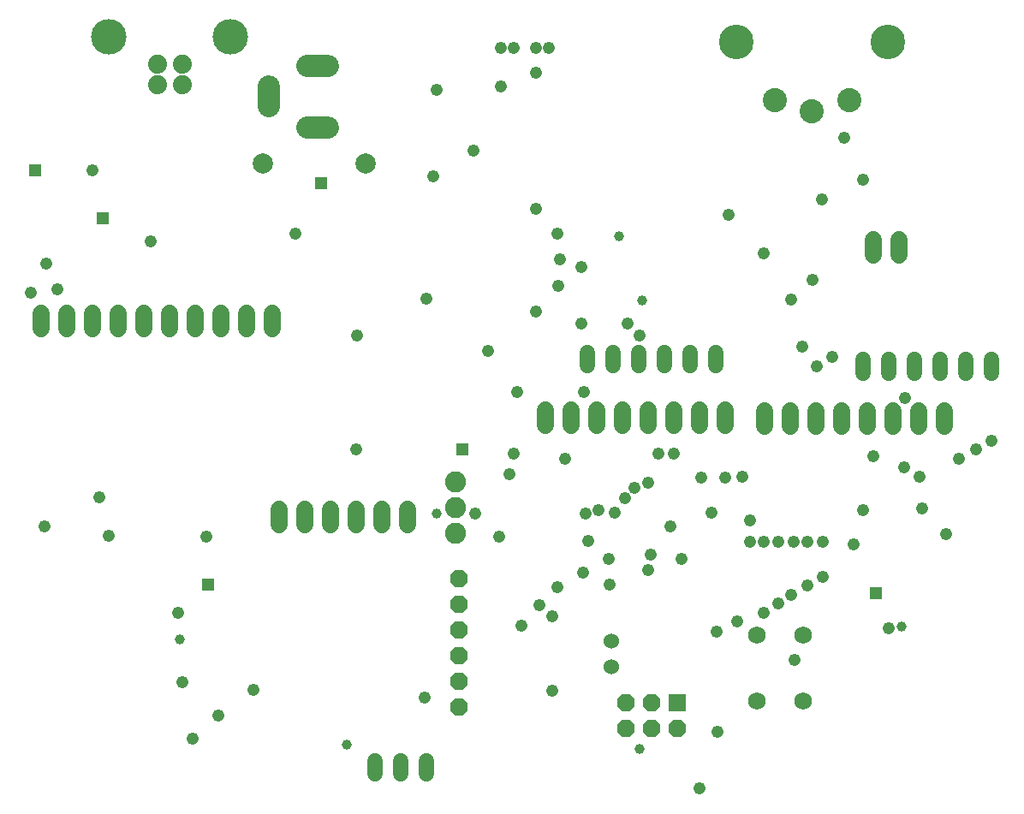
<source format=gbs>
G75*
G70*
%OFA0B0*%
%FSLAX24Y24*%
%IPPOS*%
%LPD*%
%AMOC8*
5,1,8,0,0,1.08239X$1,22.5*
%
%ADD10C,0.0680*%
%ADD11R,0.0680X0.0680*%
%ADD12OC8,0.0680*%
%ADD13C,0.0600*%
%ADD14C,0.0867*%
%ADD15C,0.0680*%
%ADD16C,0.0789*%
%ADD17C,0.0600*%
%ADD18C,0.1346*%
%ADD19C,0.0940*%
%ADD20C,0.0820*%
%ADD21C,0.0740*%
%ADD22C,0.1380*%
%ADD23C,0.0476*%
%ADD24R,0.0476X0.0476*%
%ADD25C,0.0390*%
D10*
X012881Y014026D02*
X012881Y014626D01*
X013881Y014626D02*
X013881Y014026D01*
X014881Y014026D02*
X014881Y014626D01*
X015881Y014626D02*
X015881Y014026D01*
X016881Y014026D02*
X016881Y014626D01*
X017881Y014626D02*
X017881Y014026D01*
X023256Y017901D02*
X023256Y018501D01*
X024256Y018501D02*
X024256Y017901D01*
X025256Y017901D02*
X025256Y018501D01*
X026256Y018501D02*
X026256Y017901D01*
X027256Y017901D02*
X027256Y018501D01*
X028256Y018501D02*
X028256Y017901D01*
X029256Y017901D02*
X029256Y018501D01*
X030256Y018501D02*
X030256Y017901D01*
X031781Y017851D02*
X031781Y018451D01*
X032781Y018451D02*
X032781Y017851D01*
X033781Y017851D02*
X033781Y018451D01*
X034781Y018451D02*
X034781Y017851D01*
X035781Y017851D02*
X035781Y018451D01*
X036781Y018451D02*
X036781Y017851D01*
X037781Y017851D02*
X037781Y018451D01*
X038781Y018451D02*
X038781Y017851D01*
X037006Y024526D02*
X037006Y025126D01*
X036006Y025126D02*
X036006Y024526D01*
X012631Y022251D02*
X012631Y021651D01*
X011631Y021651D02*
X011631Y022251D01*
X010631Y022251D02*
X010631Y021651D01*
X009631Y021651D02*
X009631Y022251D01*
X008631Y022251D02*
X008631Y021651D01*
X007631Y021651D02*
X007631Y022251D01*
X006631Y022251D02*
X006631Y021651D01*
X005631Y021651D02*
X005631Y022251D01*
X004631Y022251D02*
X004631Y021651D01*
X003631Y021651D02*
X003631Y022251D01*
D11*
X028381Y007076D03*
D12*
X028381Y006076D03*
X027381Y006076D03*
X027381Y007076D03*
X026381Y007076D03*
X026381Y006076D03*
X019881Y006926D03*
X019881Y007926D03*
X019881Y008926D03*
X019881Y009926D03*
X019881Y010926D03*
X019881Y011926D03*
D13*
X025831Y009476D03*
X025831Y008476D03*
D14*
X014774Y029481D02*
X013987Y029481D01*
X012491Y030308D02*
X012491Y031095D01*
X013987Y031882D02*
X014774Y031882D01*
D15*
X031491Y009731D03*
X033271Y009731D03*
X033271Y007171D03*
X031491Y007171D03*
D16*
X016256Y028076D03*
X012256Y028076D03*
D17*
X024881Y020736D02*
X024881Y020216D01*
X025881Y020216D02*
X025881Y020736D01*
X026881Y020736D02*
X026881Y020216D01*
X027881Y020216D02*
X027881Y020736D01*
X028881Y020736D02*
X028881Y020216D01*
X029881Y020216D02*
X029881Y020736D01*
X035631Y020461D02*
X035631Y019941D01*
X036631Y019941D02*
X036631Y020461D01*
X037631Y020461D02*
X037631Y019941D01*
X038631Y019941D02*
X038631Y020461D01*
X039631Y020461D02*
X039631Y019941D01*
X040631Y019941D02*
X040631Y020461D01*
X018631Y004836D02*
X018631Y004316D01*
X017631Y004316D02*
X017631Y004836D01*
X016631Y004836D02*
X016631Y004316D01*
D18*
X030678Y032826D03*
X036583Y032826D03*
D19*
X035087Y030543D03*
X033631Y030110D03*
X032174Y030543D03*
D20*
X019756Y015701D03*
X019756Y014701D03*
X019756Y013701D03*
D21*
X009123Y031171D03*
X009123Y031951D03*
X008139Y031951D03*
X008139Y031171D03*
D22*
X006261Y033021D03*
X011001Y033021D03*
D23*
X009506Y005701D03*
X010506Y006576D03*
X011881Y007576D03*
X009106Y007901D03*
X008956Y010601D03*
X010056Y013551D03*
X006256Y013601D03*
X005881Y015076D03*
X003756Y013951D03*
X003206Y023051D03*
X004256Y023201D03*
X003806Y024176D03*
X005631Y027826D03*
X007881Y025051D03*
X013506Y025351D03*
X015906Y021401D03*
X018631Y022826D03*
X021006Y020801D03*
X022156Y019201D03*
X022006Y016801D03*
X021856Y016001D03*
X020506Y014451D03*
X021456Y013551D03*
X023706Y011601D03*
X023006Y010901D03*
X023506Y010451D03*
X022306Y010101D03*
X024706Y012151D03*
X025706Y012701D03*
X025756Y011701D03*
X027256Y012251D03*
X027356Y012851D03*
X028556Y012701D03*
X028106Y013951D03*
X029706Y014501D03*
X029306Y015851D03*
X030256Y015851D03*
X030906Y015901D03*
X031206Y014201D03*
X031206Y013351D03*
X031756Y013351D03*
X032306Y013351D03*
X032906Y013351D03*
X033456Y013351D03*
X034056Y013351D03*
X035256Y013251D03*
X035606Y014601D03*
X037206Y016251D03*
X037806Y015901D03*
X037906Y014651D03*
X038854Y013658D03*
X039356Y016601D03*
X040006Y016951D03*
X040606Y017301D03*
X037256Y018951D03*
X036006Y016701D03*
X033806Y020201D03*
X034406Y020551D03*
X033256Y020951D03*
X032806Y022801D03*
X033656Y023551D03*
X031756Y024576D03*
X030381Y026076D03*
X034006Y026701D03*
X035631Y027451D03*
X034881Y029076D03*
X026931Y021376D03*
X026456Y021851D03*
X024656Y021851D03*
X023756Y023326D03*
X023806Y024351D03*
X024656Y024051D03*
X023706Y025351D03*
X022881Y026326D03*
X020456Y028601D03*
X018881Y027576D03*
X019006Y030951D03*
X021506Y031076D03*
X022881Y031627D03*
X022881Y032576D03*
X023381Y032576D03*
X022006Y032576D03*
X021506Y032576D03*
X022881Y022326D03*
X024756Y019201D03*
X024006Y016601D03*
X024806Y014451D03*
X025306Y014601D03*
X025956Y014501D03*
X026356Y015051D03*
X026706Y015451D03*
X027256Y015651D03*
X027656Y016801D03*
X028256Y016801D03*
X024906Y013401D03*
X029906Y009851D03*
X030706Y010251D03*
X031756Y010601D03*
X032306Y010951D03*
X032806Y011301D03*
X033456Y011651D03*
X034056Y012001D03*
X036606Y010001D03*
X032956Y008751D03*
X029956Y005951D03*
X029256Y003751D03*
X023506Y007551D03*
X018556Y007301D03*
X015881Y016951D03*
D24*
X020006Y016951D03*
X010131Y011701D03*
X006031Y025951D03*
X003381Y027826D03*
X014506Y027326D03*
X036106Y011351D03*
D25*
X037106Y010051D03*
X026906Y005301D03*
X019006Y014451D03*
X027006Y022751D03*
X026106Y025251D03*
X009006Y009551D03*
X015506Y005451D03*
M02*

</source>
